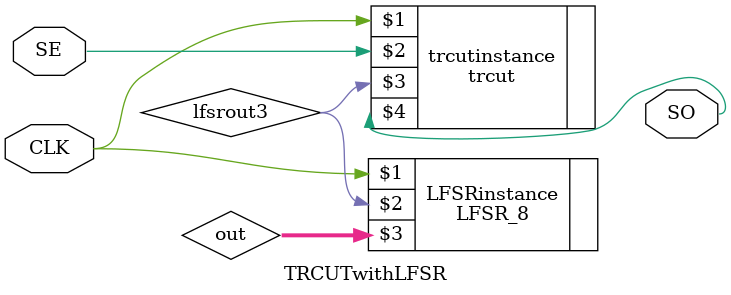
<source format=v>
module TRCUTwithLFSR(CLK,SE,SO);
	input CLK,SE;
	output SO;
	wire [7:0] out;
	LFSR_8 LFSRinstance(CLK,lfsrout3,out);
	
	trcut trcutinstance(CLK,SE,lfsrout3,SO);
	
endmodule
</source>
